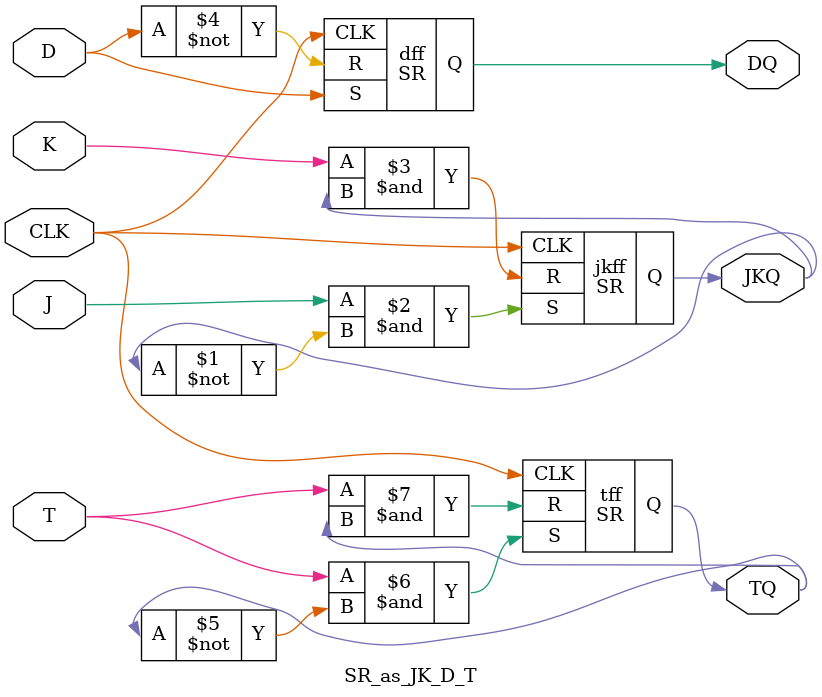
<source format=v>
`timescale 1ns / 1ps
module SR(Q,S,R,CLK);
input S,R,CLK;
output reg Q;
initial Q = 1'b0;
always @ (posedge CLK) 
case({S,R})
    2'b00: Q=Q;
    2'b01: Q=0;
    2'b10: Q=1;
    2'b11: Q=1'bX;
endcase
endmodule

module SR_as_JK_D_T(JKQ,DQ,TQ,J,K,T,D,CLK);
input J,K,D,T,CLK;
output JKQ,DQ,TQ;
SR jkff (.Q(JKQ),.S(J&(~JKQ)),.R(K&JKQ),.CLK(CLK)); // SR as JK flipflop
SR dff (.Q(DQ),.S(D),.R(~D),.CLK(CLK));  //SR as D flipflop
SR tff (.Q(TQ),.S(T&(~TQ)),.R(T&TQ),.CLK(CLK)); //SR as T flipflop
endmodule

</source>
